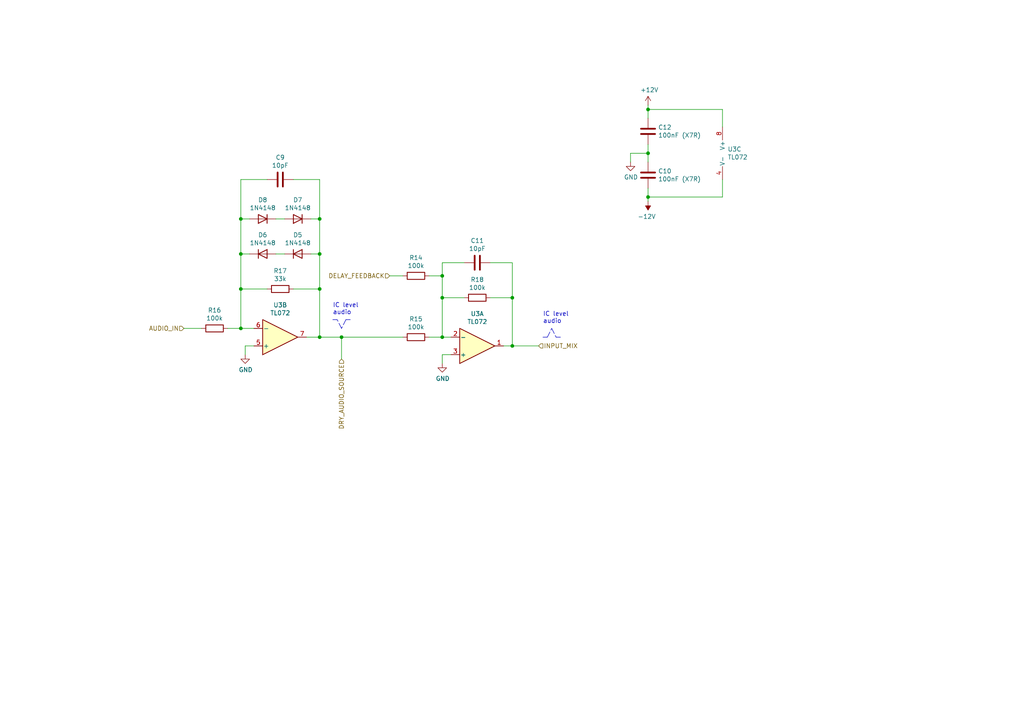
<source format=kicad_sch>
(kicad_sch (version 20211123) (generator eeschema)
  (paper "A4")
  (title_block (date "2022-03-04") (rev "v05") (comment 2 "creativecommons.org/licenses/by/4.0/") (comment 3 "License: CC BY 4.0") (comment 4 "Author: Guy John"))
  (lib_symbols
    (symbol "Amplifier_Operational:TL072" (pin_names (offset 0.127))
      (property "Reference" "U" (at 0 5.08 0))
      (property "Value" "TL072" (at 0 -5.08 0))
      (symbol "TL072_1_1"
        (polyline (pts (xy -5.08 5.08) (xy 5.08 0) (xy -5.08 -5.08) (xy -5.08 5.08)) (stroke (width 0.254)) (fill (type background)))
        (pin output line (at 7.62 0 180) (length 2.54) (name "~") (number "1"))
        (pin input line (at -7.62 -2.54 0) (length 2.54) (name "-") (number "2"))
        (pin input line (at -7.62 2.54 0) (length 2.54) (name "+") (number "3"))
      )
      (symbol "TL072_2_1"
        (polyline (pts (xy -5.08 5.08) (xy 5.08 0) (xy -5.08 -5.08) (xy -5.08 5.08)) (stroke (width 0.254)) (fill (type background)))
        (pin input line (at -7.62 2.54 0) (length 2.54) (name "+") (number "5"))
        (pin input line (at -7.62 -2.54 0) (length 2.54) (name "-") (number "6"))
        (pin output line (at 7.62 0 180) (length 2.54) (name "~") (number "7"))
      )
      (symbol "TL072_3_1"
        (pin power_in line (at -2.54 -7.62 90) (length 3.81) (name "V-") (number "4"))
        (pin power_in line (at -2.54 7.62 270) (length 3.81) (name "V+") (number "8"))
      )
    )
    (symbol "Device:C" (pin_numbers hide) (pin_names (offset 0.254))
      (property "Reference" "C" (at 0.635 2.54 0))
      (property "Value" "C" (at 0.635 -2.54 0))
      (symbol "C_0_1"
        (polyline (pts (xy -2.032 -0.762) (xy 2.032 -0.762)) (stroke (width 0.508)))
        (polyline (pts (xy -2.032 0.762) (xy 2.032 0.762)) (stroke (width 0.508)))
      )
      (symbol "C_1_1"
        (pin passive line (at 0 3.81 270) (length 2.794) (name "~") (number "1"))
        (pin passive line (at 0 -3.81 90) (length 2.794) (name "~") (number "2"))
      )
    )
    (symbol "Device:D" (pin_numbers hide) (pin_names (offset 1.016) hide)
      (property "Reference" "D" (at 0 2.54 0))
      (property "Value" "D" (at 0 -2.54 0))
      (symbol "D_0_1"
        (polyline (pts (xy -1.27 1.27) (xy -1.27 -1.27)) (stroke (width 0.254)))
        (polyline (pts (xy 1.27 0) (xy -1.27 0)))
        (polyline (pts (xy 1.27 1.27) (xy 1.27 -1.27) (xy -1.27 0) (xy 1.27 1.27)) (stroke (width 0.254)))
      )
      (symbol "D_1_1"
        (pin passive line (at -3.81 0 0) (length 2.54) (name "K") (number "1"))
        (pin passive line (at 3.81 0 180) (length 2.54) (name "A") (number "2"))
      )
    )
    (symbol "Device:R" (pin_numbers hide) (pin_names (offset 0))
      (property "Reference" "R" (at 2.032 0 90))
      (property "Value" "R" (at 0 0 90))
      (symbol "R_0_1"
        (rectangle (start -1.016 -2.54) (end 1.016 2.54) (stroke (width 0.254)))
      )
      (symbol "R_1_1"
        (pin passive line (at 0 3.81 270) (length 1.27) (name "~") (number "1"))
        (pin passive line (at 0 -3.81 90) (length 1.27) (name "~") (number "2"))
      )
    )
    (symbol "power:+12V" (power) (pin_names (offset 0))
      (property "Value" "+12V" (at 0 3.556 0))
      (symbol "+12V_0_1"
        (polyline (pts (xy -0.762 1.27) (xy 0 2.54)))
        (polyline (pts (xy 0 0) (xy 0 2.54)))
        (polyline (pts (xy 0 2.54) (xy 0.762 1.27)))
      )
      (symbol "+12V_1_1"
        (pin power_in line (at 0 0 90) (length 0) hide (name "+12V") (number "1"))
      )
    )
    (symbol "power:-12V" (power) (pin_names (offset 0))
      (property "Value" "-12V" (at 0 3.81 0))
      (symbol "-12V_0_0"
        (pin power_in line (at 0 0 90) (length 0) hide (name "-12V") (number "1"))
      )
      (symbol "-12V_0_1"
        (polyline (pts (xy 0 0) (xy 0 1.27) (xy 0.762 1.27) (xy 0 2.54) (xy -0.762 1.27) (xy 0 1.27)) (fill (type outline)))
      )
    )
    (symbol "power:GND" (power) (pin_names (offset 0))
      (property "Value" "GND" (at 0 -3.81 0))
      (symbol "GND_0_1"
        (polyline (pts (xy 0 0) (xy 0 -1.27) (xy 1.27 -1.27) (xy 0 -2.54) (xy -1.27 -1.27) (xy 0 -1.27)))
      )
      (symbol "GND_1_1"
        (pin power_in line (at 0 0 270) (length 0) hide (name "GND") (number "1"))
      )
    )
  )
  (junction (at 187.96 57.15))
  (junction (at 99.06 97.79))
  (junction (at 128.27 97.79))
  (junction (at 148.59 100.33))
  (junction (at 69.85 73.66))
  (junction (at 92.71 73.66))
  (junction (at 92.71 97.79))
  (junction (at 92.71 63.5))
  (junction (at 92.71 83.82))
  (junction (at 69.85 95.25))
  (junction (at 187.96 31.75))
  (junction (at 69.85 83.82))
  (junction (at 148.59 86.36))
  (junction (at 128.27 86.36))
  (junction (at 69.85 63.5))
  (junction (at 128.27 80.01))
  (junction (at 187.96 44.45))
  (wire (pts (xy 128.27 97.79) (xy 128.27 86.36)))
  (wire (pts (xy 182.88 44.45) (xy 182.88 46.99)))
  (wire (pts (xy 92.71 52.07) (xy 92.71 63.5)))
  (wire (pts (xy 69.85 63.5) (xy 72.39 63.5)))
  (wire (pts (xy 187.96 44.45) (xy 187.96 46.99)))
  (wire (pts (xy 128.27 97.79) (xy 130.81 97.79)))
  (wire (pts (xy 90.17 63.5) (xy 92.71 63.5)))
  (wire (pts (xy 187.96 41.91) (xy 187.96 44.45)))
  (wire (pts (xy 71.12 100.33) (xy 71.12 102.87)))
  (wire (pts (xy 69.85 83.82) (xy 69.85 95.25)))
  (wire (pts (xy 92.71 97.79) (xy 99.06 97.79)))
  (polyline (pts (xy 99.06 95.25) (xy 97.79 92.71)))
  (wire (pts (xy 187.96 57.15) (xy 187.96 54.61)))
  (wire (pts (xy 69.85 52.07) (xy 69.85 63.5)))
  (polyline (pts (xy 97.79 92.71) (xy 96.52 92.71)))
  (wire (pts (xy 92.71 63.5) (xy 92.71 73.66)))
  (wire (pts (xy 77.47 83.82) (xy 69.85 83.82)))
  (wire (pts (xy 128.27 102.87) (xy 128.27 105.41)))
  (wire (pts (xy 187.96 31.75) (xy 187.96 34.29)))
  (wire (pts (xy 128.27 80.01) (xy 128.27 76.2)))
  (wire (pts (xy 99.06 97.79) (xy 116.84 97.79)))
  (wire (pts (xy 90.17 73.66) (xy 92.71 73.66)))
  (wire (pts (xy 148.59 76.2) (xy 148.59 86.36)))
  (polyline (pts (xy 157.48 97.79) (xy 158.75 97.79)))
  (wire (pts (xy 148.59 100.33) (xy 156.21 100.33)))
  (polyline (pts (xy 160.02 95.25) (xy 161.29 97.79)))
  (wire (pts (xy 187.96 31.75) (xy 209.55 31.75)))
  (wire (pts (xy 69.85 73.66) (xy 69.85 83.82)))
  (wire (pts (xy 146.05 100.33) (xy 148.59 100.33)))
  (wire (pts (xy 148.59 86.36) (xy 142.24 86.36)))
  (wire (pts (xy 113.03 80.01) (xy 116.84 80.01)))
  (wire (pts (xy 53.34 95.25) (xy 58.42 95.25)))
  (polyline (pts (xy 101.6 92.71) (xy 100.33 92.71)))
  (wire (pts (xy 187.96 44.45) (xy 182.88 44.45)))
  (polyline (pts (xy 158.75 97.79) (xy 160.02 95.25)))
  (wire (pts (xy 92.71 73.66) (xy 92.71 83.82)))
  (wire (pts (xy 148.59 100.33) (xy 148.59 86.36)))
  (wire (pts (xy 92.71 83.82) (xy 92.71 97.79)))
  (wire (pts (xy 130.81 102.87) (xy 128.27 102.87)))
  (wire (pts (xy 69.85 63.5) (xy 69.85 73.66)))
  (wire (pts (xy 187.96 58.42) (xy 187.96 57.15)))
  (wire (pts (xy 73.66 100.33) (xy 71.12 100.33)))
  (wire (pts (xy 69.85 95.25) (xy 73.66 95.25)))
  (wire (pts (xy 209.55 31.75) (xy 209.55 36.83)))
  (polyline (pts (xy 161.29 97.79) (xy 162.56 97.79)))
  (wire (pts (xy 88.9 97.79) (xy 92.71 97.79)))
  (wire (pts (xy 209.55 57.15) (xy 209.55 52.07)))
  (wire (pts (xy 128.27 86.36) (xy 128.27 80.01)))
  (wire (pts (xy 85.09 83.82) (xy 92.71 83.82)))
  (wire (pts (xy 187.96 31.75) (xy 187.96 30.48)))
  (polyline (pts (xy 100.33 92.71) (xy 99.06 95.25)))
  (wire (pts (xy 124.46 97.79) (xy 128.27 97.79)))
  (wire (pts (xy 128.27 80.01) (xy 124.46 80.01)))
  (wire (pts (xy 72.39 73.66) (xy 69.85 73.66)))
  (wire (pts (xy 85.09 52.07) (xy 92.71 52.07)))
  (wire (pts (xy 80.01 63.5) (xy 82.55 63.5)))
  (wire (pts (xy 66.04 95.25) (xy 69.85 95.25)))
  (wire (pts (xy 128.27 76.2) (xy 134.62 76.2)))
  (wire (pts (xy 77.47 52.07) (xy 69.85 52.07)))
  (wire (pts (xy 142.24 76.2) (xy 148.59 76.2)))
  (wire (pts (xy 80.01 73.66) (xy 82.55 73.66)))
  (wire (pts (xy 128.27 86.36) (xy 134.62 86.36)))
  (wire (pts (xy 187.96 57.15) (xy 209.55 57.15)))
  (wire (pts (xy 99.06 104.14) (xy 99.06 97.79)))
  (text "IC level\naudio" (at 96.52 91.44 0) (effects (font (size 1.27 1.27)) (justify left bottom)))
  (text "IC level\naudio" (at 157.48 93.98 0) (effects (font (size 1.27 1.27)) (justify left bottom)))
  (hierarchical_label "INPUT_MIX" (shape input) (at 156.21 100.33 0))
  (hierarchical_label "DELAY_FEEDBACK" (shape input) (at 113.03 80.01 180))
  (hierarchical_label "DRY_AUDIO_SOURCE" (shape input) (at 99.06 104.14 270))
  (hierarchical_label "AUDIO_IN" (shape input) (at 53.34 95.25 180))
  (symbol (lib_id "Device:C") (at 81.28 52.07 270) (unit 1)
    (property "Reference" "C9" (at 81.28 45.6692 90))
    (property "Value" "10pF" (at 81.28 47.9806 90))
    (property "Footprint" "Rumblesan_Footprints:C_Rect_L7.0mm_W3.5mm_P5.00mm" (effects hide))
  )
  (symbol (lib_id "Device:C") (at 138.43 76.2 270) (unit 1)
    (property "Reference" "C11" (at 138.43 69.7992 90))
    (property "Value" "10pF" (at 138.43 72.1106 90))
    (property "Footprint" "Rumblesan_Footprints:C_Rect_L7.0mm_W3.5mm_P5.00mm" (effects hide))
  )
  (symbol (lib_id "Amplifier_Operational:TL072") (at 138.43 100.33 0) (mirror x) (unit 1)
    (property "Reference" "U3" (at 138.43 91.0082 0))
    (property "Value" "TL072" (at 138.43 93.3196 0))
    (property "Footprint" "Rumblesan_Footprints:DIP-8_W7.62mm_Socket" (effects hide))
    (property "Datasheet" "http://www.ti.com/lit/ds/symlink/tl071.pdf" (effects hide))
  )
  (symbol (lib_id "Device:R") (at 62.23 95.25 270) (unit 1)
    (property "Reference" "R16" (at 62.23 89.9922 90))
    (property "Value" "100k" (at 62.23 92.3036 90))
    (property "Footprint" "Rumblesan_Footprints:Resistor_THT_L6.3mm_D2.5mm_P10.16mm_Horizontal" (effects hide))
  )
  (symbol (lib_id "Device:R") (at 81.28 83.82 270) (unit 1)
    (property "Reference" "R17" (at 81.28 78.5622 90))
    (property "Value" "33k" (at 81.28 80.8736 90))
    (property "Footprint" "Rumblesan_Footprints:Resistor_THT_L6.3mm_D2.5mm_P10.16mm_Horizontal" (effects hide))
  )
  (symbol (lib_id "Device:D") (at 76.2 73.66 0) (unit 1)
    (property "Reference" "D6" (at 76.2 68.1482 0))
    (property "Value" "1N4148" (at 76.2 70.4596 0))
    (property "Footprint" "Rumblesan_Footprints:Diode_THT_P7.62mm_Horizontal" (effects hide))
  )
  (symbol (lib_id "Device:D") (at 86.36 73.66 0) (unit 1)
    (property "Reference" "D5" (at 86.36 68.1482 0))
    (property "Value" "1N4148" (at 86.36 70.4596 0))
    (property "Footprint" "Rumblesan_Footprints:Diode_THT_P7.62mm_Horizontal" (effects hide))
  )
  (symbol (lib_id "Device:D") (at 76.2 63.5 180) (unit 1)
    (property "Reference" "D8" (at 76.2 57.9882 0))
    (property "Value" "1N4148" (at 76.2 60.2996 0))
    (property "Footprint" "Rumblesan_Footprints:Diode_THT_P7.62mm_Horizontal" (effects hide))
  )
  (symbol (lib_id "Device:D") (at 86.36 63.5 180) (unit 1)
    (property "Reference" "D7" (at 86.36 57.9882 0))
    (property "Value" "1N4148" (at 86.36 60.2996 0))
    (property "Footprint" "Rumblesan_Footprints:Diode_THT_P7.62mm_Horizontal" (effects hide))
  )
  (symbol (lib_id "Device:R") (at 138.43 86.36 270) (unit 1)
    (property "Reference" "R18" (at 138.43 81.1022 90))
    (property "Value" "100k" (at 138.43 83.4136 90))
    (property "Footprint" "Rumblesan_Footprints:Resistor_THT_L6.3mm_D2.5mm_P10.16mm_Horizontal" (effects hide))
  )
  (symbol (lib_id "Amplifier_Operational:TL072") (at 81.28 97.79 0) (mirror x) (unit 2)
    (property "Reference" "U3" (at 81.28 88.4682 0))
    (property "Value" "TL072" (at 81.28 90.7796 0))
    (property "Footprint" "Rumblesan_Footprints:DIP-8_W7.62mm_Socket" (effects hide))
    (property "Datasheet" "http://www.ti.com/lit/ds/symlink/tl071.pdf" (effects hide))
  )
  (symbol (lib_id "Device:R") (at 120.65 80.01 270) (unit 1)
    (property "Reference" "R14" (at 120.65 74.7522 90))
    (property "Value" "100k" (at 120.65 77.0636 90))
    (property "Footprint" "Rumblesan_Footprints:Resistor_THT_L6.3mm_D2.5mm_P10.16mm_Horizontal" (effects hide))
  )
  (symbol (lib_id "Device:R") (at 120.65 97.79 270) (unit 1)
    (property "Reference" "R15" (at 120.65 92.5322 90))
    (property "Value" "100k" (at 120.65 94.8436 90))
    (property "Footprint" "Rumblesan_Footprints:Resistor_THT_L6.3mm_D2.5mm_P10.16mm_Horizontal" (effects hide))
  )
  (symbol (lib_id "Amplifier_Operational:TL072") (at 212.09 44.45 0) (unit 3)
    (property "Reference" "U3" (at 211.0232 43.2816 0) (effects (justify left)))
    (property "Value" "TL072" (at 211.0232 45.593 0) (effects (justify left)))
    (property "Footprint" "Rumblesan_Footprints:DIP-8_W7.62mm_Socket" (effects hide))
    (property "Datasheet" "http://www.ti.com/lit/ds/symlink/tl071.pdf" (effects hide))
  )
  (symbol (lib_id "Device:C") (at 187.96 38.1 180) (unit 1)
    (property "Reference" "C12" (at 190.881 36.9316 0) (effects (justify right)))
    (property "Value" "100nF (X7R)" (at 190.881 39.243 0) (effects (justify right)))
    (property "Footprint" "Rumblesan_Footprints:C_Rect_L7.0mm_W3.5mm_P5.00mm" (effects hide))
  )
  (symbol (lib_id "Device:C") (at 187.96 50.8 180) (unit 1)
    (property "Reference" "C10" (at 190.881 49.6316 0) (effects (justify right)))
    (property "Value" "100nF (X7R)" (at 190.881 51.943 0) (effects (justify right)))
    (property "Footprint" "Rumblesan_Footprints:C_Rect_L7.0mm_W3.5mm_P5.00mm" (effects hide))
  )
  (symbol (lib_id "power:-12V") (at 187.96 58.42 180) (unit 1)
    (property "Reference" "#PWR0156" (effects hide))
    (property "Value" "-12V" (at 187.579 62.8142 0))
  )
  (symbol (lib_id "power:GND") (at 128.27 105.41 0) (unit 1)
    (property "Reference" "#PWR0159" (effects hide))
    (property "Value" "GND" (at 128.397 109.8042 0))
  )
  (symbol (lib_id "power:GND") (at 71.12 102.87 0) (unit 1)
    (property "Reference" "#PWR0160" (effects hide))
    (property "Value" "GND" (at 71.247 107.2642 0))
  )
  (symbol (lib_id "power:+12V") (at 187.96 30.48 0) (unit 1)
    (property "Reference" "#PWR0158" (effects hide))
    (property "Value" "+12V" (at 188.341 26.0858 0))
  )
  (symbol (lib_id "power:GND") (at 182.88 46.99 0) (unit 1)
    (property "Reference" "#PWR0157" (effects hide))
    (property "Value" "GND" (at 183.007 51.3842 0))
  )
)
</source>
